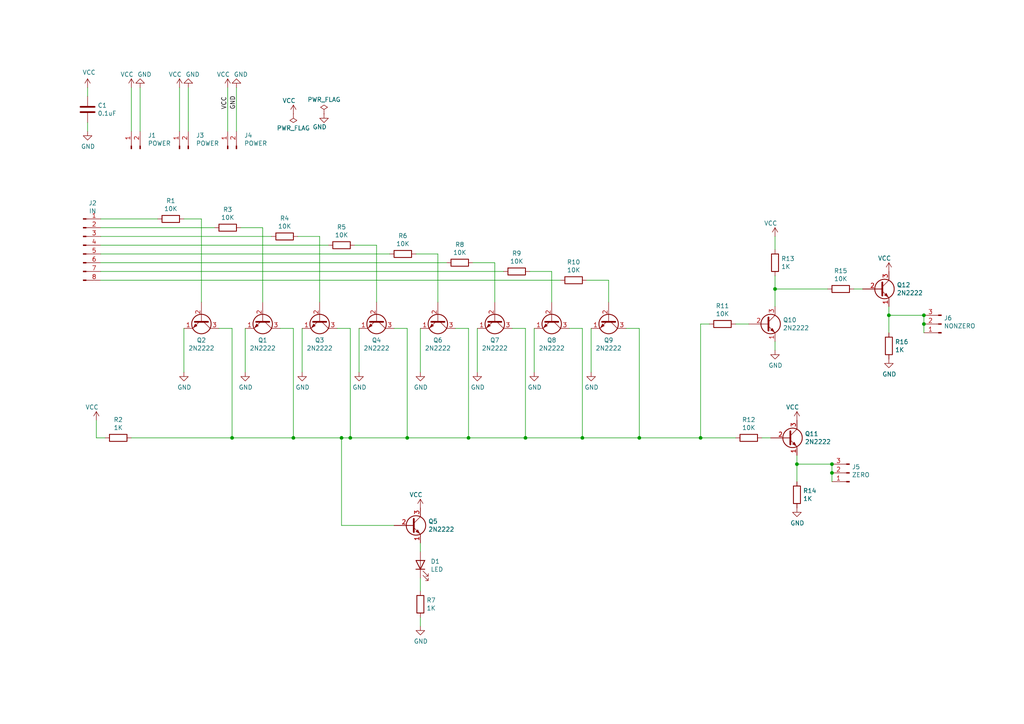
<source format=kicad_sch>
(kicad_sch (version 20230121) (generator eeschema)
  (paper "A4")
  (title_block (title "Zero Detector") (date "2020-03-21") (rev "1"))
  (lib_symbols
    (symbol "2n2222:2N2222" (pin_names (offset 0) hide)
      (property "Reference" "Q" (at 5.08 1.905 0))
      (property "Value" "2N2222" (at 5.08 0 0))
      (symbol "2N2222_0_1"
        (polyline (pts (xy 0.635 0.635) (xy 2.54 2.54)))
        (polyline (pts (xy 0.635 -0.635) (xy 2.54 -2.54) (xy 2.54 -2.54)))
        (polyline (pts (xy 0.635 1.905) (xy 0.635 -1.905) (xy 0.635 -1.905)) (stroke (width 0.508)))
        (polyline (pts (xy 1.27 -1.778) (xy 1.778 -1.27) (xy 2.286 -2.286) (xy 1.27 -1.778) (xy 1.27 -1.778)) (fill (type outline)))
        (circle (center 1.27 0) (radius 2.8194) (stroke (width 0.254)))
      )
      (symbol "2N2222_1_1"
        (pin passive line (at 2.54 -5.08 90) (length 2.54) (name "E") (number "1"))
        (pin passive line (at -5.08 0 0) (length 5.715) (name "B") (number "2"))
        (pin passive line (at 2.54 5.08 270) (length 2.54) (name "C") (number "3"))
      )
    )
    (symbol "Connector:Conn_01x02_Pin" (pin_names (offset 1.016) hide)
      (property "Reference" "J" (at 0 2.54 0))
      (property "Value" "Conn_01x02_Pin" (at 0 -5.08 0))
      (symbol "Conn_01x02_Pin_1_1"
        (polyline (pts (xy 1.27 -2.54) (xy 0.8636 -2.54)) (stroke (width 0.1524)))
        (polyline (pts (xy 1.27 0) (xy 0.8636 0)) (stroke (width 0.1524)))
        (rectangle (start 0.8636 -2.413) (end 0 -2.667) (stroke (width 0.1524)) (fill (type outline)))
        (rectangle (start 0.8636 0.127) (end 0 -0.127) (stroke (width 0.1524)) (fill (type outline)))
        (pin passive line (at 5.08 0 180) (length 3.81) (name "Pin_1") (number "1"))
        (pin passive line (at 5.08 -2.54 180) (length 3.81) (name "Pin_2") (number "2"))
      )
    )
    (symbol "Connector:Conn_01x03_Pin" (pin_names (offset 1.016) hide)
      (property "Reference" "J" (at 0 5.08 0))
      (property "Value" "Conn_01x03_Pin" (at 0 -5.08 0))
      (symbol "Conn_01x03_Pin_1_1"
        (polyline (pts (xy 1.27 -2.54) (xy 0.8636 -2.54)) (stroke (width 0.1524)))
        (polyline (pts (xy 1.27 0) (xy 0.8636 0)) (stroke (width 0.1524)))
        (polyline (pts (xy 1.27 2.54) (xy 0.8636 2.54)) (stroke (width 0.1524)))
        (rectangle (start 0.8636 -2.413) (end 0 -2.667) (stroke (width 0.1524)) (fill (type outline)))
        (rectangle (start 0.8636 0.127) (end 0 -0.127) (stroke (width 0.1524)) (fill (type outline)))
        (rectangle (start 0.8636 2.667) (end 0 2.413) (stroke (width 0.1524)) (fill (type outline)))
        (pin passive line (at 5.08 2.54 180) (length 3.81) (name "Pin_1") (number "1"))
        (pin passive line (at 5.08 0 180) (length 3.81) (name "Pin_2") (number "2"))
        (pin passive line (at 5.08 -2.54 180) (length 3.81) (name "Pin_3") (number "3"))
      )
    )
    (symbol "Connector:Conn_01x08_Pin" (pin_names (offset 1.016) hide)
      (property "Reference" "J" (at 0 10.16 0))
      (property "Value" "Conn_01x08_Pin" (at 0 -12.7 0))
      (symbol "Conn_01x08_Pin_1_1"
        (polyline (pts (xy 1.27 -10.16) (xy 0.8636 -10.16)) (stroke (width 0.1524)))
        (polyline (pts (xy 1.27 -7.62) (xy 0.8636 -7.62)) (stroke (width 0.1524)))
        (polyline (pts (xy 1.27 -5.08) (xy 0.8636 -5.08)) (stroke (width 0.1524)))
        (polyline (pts (xy 1.27 -2.54) (xy 0.8636 -2.54)) (stroke (width 0.1524)))
        (polyline (pts (xy 1.27 0) (xy 0.8636 0)) (stroke (width 0.1524)))
        (polyline (pts (xy 1.27 2.54) (xy 0.8636 2.54)) (stroke (width 0.1524)))
        (polyline (pts (xy 1.27 5.08) (xy 0.8636 5.08)) (stroke (width 0.1524)))
        (polyline (pts (xy 1.27 7.62) (xy 0.8636 7.62)) (stroke (width 0.1524)))
        (rectangle (start 0.8636 -10.033) (end 0 -10.287) (stroke (width 0.1524)) (fill (type outline)))
        (rectangle (start 0.8636 -7.493) (end 0 -7.747) (stroke (width 0.1524)) (fill (type outline)))
        (rectangle (start 0.8636 -4.953) (end 0 -5.207) (stroke (width 0.1524)) (fill (type outline)))
        (rectangle (start 0.8636 -2.413) (end 0 -2.667) (stroke (width 0.1524)) (fill (type outline)))
        (rectangle (start 0.8636 0.127) (end 0 -0.127) (stroke (width 0.1524)) (fill (type outline)))
        (rectangle (start 0.8636 2.667) (end 0 2.413) (stroke (width 0.1524)) (fill (type outline)))
        (rectangle (start 0.8636 5.207) (end 0 4.953) (stroke (width 0.1524)) (fill (type outline)))
        (rectangle (start 0.8636 7.747) (end 0 7.493) (stroke (width 0.1524)) (fill (type outline)))
        (pin passive line (at 5.08 7.62 180) (length 3.81) (name "Pin_1") (number "1"))
        (pin passive line (at 5.08 5.08 180) (length 3.81) (name "Pin_2") (number "2"))
        (pin passive line (at 5.08 2.54 180) (length 3.81) (name "Pin_3") (number "3"))
        (pin passive line (at 5.08 0 180) (length 3.81) (name "Pin_4") (number "4"))
        (pin passive line (at 5.08 -2.54 180) (length 3.81) (name "Pin_5") (number "5"))
        (pin passive line (at 5.08 -5.08 180) (length 3.81) (name "Pin_6") (number "6"))
        (pin passive line (at 5.08 -7.62 180) (length 3.81) (name "Pin_7") (number "7"))
        (pin passive line (at 5.08 -10.16 180) (length 3.81) (name "Pin_8") (number "8"))
      )
    )
    (symbol "Device:C" (pin_numbers hide) (pin_names (offset 0.254))
      (property "Reference" "C" (at 0.635 2.54 0))
      (property "Value" "C" (at 0.635 -2.54 0))
      (symbol "C_0_1"
        (polyline (pts (xy -2.032 -0.762) (xy 2.032 -0.762)) (stroke (width 0.508)))
        (polyline (pts (xy -2.032 0.762) (xy 2.032 0.762)) (stroke (width 0.508)))
      )
      (symbol "C_1_1"
        (pin passive line (at 0 3.81 270) (length 2.794) (name "~") (number "1"))
        (pin passive line (at 0 -3.81 90) (length 2.794) (name "~") (number "2"))
      )
    )
    (symbol "Device:LED" (pin_numbers hide) (pin_names (offset 1.016) hide)
      (property "Reference" "D" (at 0 2.54 0))
      (property "Value" "LED" (at 0 -2.54 0))
      (symbol "LED_0_1"
        (polyline (pts (xy -1.27 -1.27) (xy -1.27 1.27)) (stroke (width 0.254)))
        (polyline (pts (xy -1.27 0) (xy 1.27 0)))
        (polyline (pts (xy 1.27 -1.27) (xy 1.27 1.27) (xy -1.27 0) (xy 1.27 -1.27)) (stroke (width 0.254)))
        (polyline (pts (xy -3.048 -0.762) (xy -4.572 -2.286) (xy -3.81 -2.286) (xy -4.572 -2.286) (xy -4.572 -1.524)))
        (polyline (pts (xy -1.778 -0.762) (xy -3.302 -2.286) (xy -2.54 -2.286) (xy -3.302 -2.286) (xy -3.302 -1.524)))
      )
      (symbol "LED_1_1"
        (pin passive line (at -3.81 0 0) (length 2.54) (name "K") (number "1"))
        (pin passive line (at 3.81 0 180) (length 2.54) (name "A") (number "2"))
      )
    )
    (symbol "Device:R" (pin_numbers hide) (pin_names (offset 0))
      (property "Reference" "R" (at 2.032 0 90))
      (property "Value" "R" (at 0 0 90))
      (symbol "R_0_1"
        (rectangle (start -1.016 -2.54) (end 1.016 2.54) (stroke (width 0.254)))
      )
      (symbol "R_1_1"
        (pin passive line (at 0 3.81 270) (length 1.27) (name "~") (number "1"))
        (pin passive line (at 0 -3.81 90) (length 1.27) (name "~") (number "2"))
      )
    )
    (symbol "power:GND" (power) (pin_names (offset 0))
      (property "Value" "GND" (at 0 -3.81 0))
      (symbol "GND_0_1"
        (polyline (pts (xy 0 0) (xy 0 -1.27) (xy 1.27 -1.27) (xy 0 -2.54) (xy -1.27 -1.27) (xy 0 -1.27)))
      )
      (symbol "GND_1_1"
        (pin power_in line (at 0 0 270) (length 0) hide (name "GND") (number "1"))
      )
    )
    (symbol "power:PWR_FLAG" (power) (pin_numbers hide) (pin_names (offset 0) hide)
      (property "Value" "PWR_FLAG" (at 0 3.81 0))
      (symbol "PWR_FLAG_0_0"
        (pin power_out line (at 0 0 90) (length 0) (name "pwr") (number "1"))
      )
      (symbol "PWR_FLAG_0_1"
        (polyline (pts (xy 0 0) (xy 0 1.27) (xy -1.016 1.905) (xy 0 2.54) (xy 1.016 1.905) (xy 0 1.27)))
      )
    )
    (symbol "power:VCC" (power) (pin_names (offset 0))
      (property "Value" "VCC" (at 0 3.81 0))
      (symbol "VCC_0_1"
        (polyline (pts (xy -0.762 1.27) (xy 0 2.54)))
        (polyline (pts (xy 0 0) (xy 0 2.54)))
        (polyline (pts (xy 0 2.54) (xy 0.762 1.27)))
      )
      (symbol "VCC_1_1"
        (pin power_in line (at 0 0 90) (length 0) hide (name "VCC") (number "1"))
      )
    )
  )
  (junction (at 257.81 91.44))
  (junction (at 67.31 127))
  (junction (at 185.42 127))
  (junction (at 241.3 137.16))
  (junction (at 231.14 134.62))
  (junction (at 101.6 127))
  (junction (at 224.79 83.82))
  (junction (at 267.97 93.98))
  (junction (at 85.09 127))
  (junction (at 99.06 127))
  (junction (at 152.4 127))
  (junction (at 267.97 91.44))
  (junction (at 135.89 127))
  (junction (at 118.11 127))
  (junction (at 203.2 127))
  (junction (at 168.91 127))
  (junction (at 241.3 134.62))
  (wire (pts (xy 118.11 127) (xy 118.11 95.25)))
  (wire (pts (xy 68.58 25.4) (xy 68.58 38.1)))
  (wire (pts (xy 121.92 181.61) (xy 121.92 179.07)))
  (wire (pts (xy 99.06 152.4) (xy 99.06 127)))
  (wire (pts (xy 224.79 101.6) (xy 224.79 99.06)))
  (wire (pts (xy 121.92 160.02) (xy 121.92 157.48)))
  (wire (pts (xy 40.64 25.4) (xy 40.64 38.1)))
  (wire (pts (xy 92.71 68.58) (xy 92.71 87.63)))
  (wire (pts (xy 203.2 127) (xy 213.36 127)))
  (wire (pts (xy 267.97 93.98) (xy 267.97 96.52)))
  (wire (pts (xy 257.81 96.52) (xy 257.81 91.44)))
  (wire (pts (xy 97.79 95.25) (xy 101.6 95.25)))
  (wire (pts (xy 101.6 127) (xy 118.11 127)))
  (wire (pts (xy 171.45 95.25) (xy 171.45 107.95)))
  (wire (pts (xy 152.4 127) (xy 168.91 127)))
  (wire (pts (xy 85.09 127) (xy 85.09 95.25)))
  (wire (pts (xy 121.92 95.25) (xy 121.92 107.95)))
  (wire (pts (xy 257.81 91.44) (xy 267.97 91.44)))
  (wire (pts (xy 168.91 127) (xy 185.42 127)))
  (wire (pts (xy 25.4 27.94) (xy 25.4 25.4)))
  (wire (pts (xy 137.16 76.2) (xy 143.51 76.2)))
  (wire (pts (xy 54.61 25.4) (xy 54.61 38.1)))
  (wire (pts (xy 102.87 71.12) (xy 109.22 71.12)))
  (wire (pts (xy 160.02 87.63) (xy 160.02 78.74)))
  (wire (pts (xy 231.14 139.7) (xy 231.14 134.62)))
  (wire (pts (xy 120.65 73.66) (xy 127 73.66)))
  (wire (pts (xy 224.79 68.58) (xy 224.79 72.39)))
  (wire (pts (xy 25.4 38.1) (xy 25.4 35.56)))
  (wire (pts (xy 114.3 95.25) (xy 118.11 95.25)))
  (wire (pts (xy 76.2 66.04) (xy 76.2 87.63)))
  (wire (pts (xy 185.42 95.25) (xy 185.42 127)))
  (wire (pts (xy 224.79 83.82) (xy 224.79 88.9)))
  (wire (pts (xy 132.08 95.25) (xy 135.89 95.25)))
  (wire (pts (xy 205.74 93.98) (xy 203.2 93.98)))
  (wire (pts (xy 127 73.66) (xy 127 87.63)))
  (wire (pts (xy 104.14 95.25) (xy 104.14 107.95)))
  (wire (pts (xy 29.21 73.66) (xy 113.03 73.66)))
  (wire (pts (xy 109.22 71.12) (xy 109.22 87.63)))
  (wire (pts (xy 29.21 63.5) (xy 45.72 63.5)))
  (wire (pts (xy 181.61 95.25) (xy 185.42 95.25)))
  (wire (pts (xy 66.04 38.1) (xy 66.04 25.4)))
  (wire (pts (xy 224.79 80.01) (xy 224.79 83.82)))
  (wire (pts (xy 143.51 76.2) (xy 143.51 87.63)))
  (wire (pts (xy 152.4 127) (xy 152.4 95.25)))
  (wire (pts (xy 135.89 127) (xy 135.89 95.25)))
  (wire (pts (xy 27.94 127) (xy 30.48 127)))
  (wire (pts (xy 99.06 127) (xy 85.09 127)))
  (wire (pts (xy 101.6 127) (xy 101.6 95.25)))
  (wire (pts (xy 29.21 81.28) (xy 162.56 81.28)))
  (wire (pts (xy 168.91 127) (xy 168.91 95.25)))
  (wire (pts (xy 231.14 134.62) (xy 241.3 134.62)))
  (wire (pts (xy 213.36 93.98) (xy 217.17 93.98)))
  (wire (pts (xy 240.03 83.82) (xy 224.79 83.82)))
  (wire (pts (xy 29.21 78.74) (xy 146.05 78.74)))
  (wire (pts (xy 138.43 95.25) (xy 138.43 107.95)))
  (wire (pts (xy 95.25 71.12) (xy 29.21 71.12)))
  (wire (pts (xy 267.97 91.44) (xy 267.97 93.98)))
  (wire (pts (xy 67.31 127) (xy 85.09 127)))
  (wire (pts (xy 27.94 121.92) (xy 27.94 127)))
  (wire (pts (xy 38.1 127) (xy 67.31 127)))
  (wire (pts (xy 241.3 137.16) (xy 241.3 139.7)))
  (wire (pts (xy 121.92 171.45) (xy 121.92 167.64)))
  (wire (pts (xy 86.36 68.58) (xy 92.71 68.58)))
  (wire (pts (xy 118.11 127) (xy 135.89 127)))
  (wire (pts (xy 53.34 95.25) (xy 53.34 107.95)))
  (wire (pts (xy 53.34 63.5) (xy 58.42 63.5)))
  (wire (pts (xy 176.53 81.28) (xy 176.53 87.63)))
  (wire (pts (xy 99.06 127) (xy 101.6 127)))
  (wire (pts (xy 63.5 95.25) (xy 67.31 95.25)))
  (wire (pts (xy 185.42 127) (xy 203.2 127)))
  (wire (pts (xy 29.21 68.58) (xy 78.74 68.58)))
  (wire (pts (xy 247.65 83.82) (xy 250.19 83.82)))
  (wire (pts (xy 114.3 152.4) (xy 99.06 152.4)))
  (wire (pts (xy 29.21 66.04) (xy 62.23 66.04)))
  (wire (pts (xy 220.98 127) (xy 223.52 127)))
  (wire (pts (xy 165.1 95.25) (xy 168.91 95.25)))
  (wire (pts (xy 203.2 93.98) (xy 203.2 127)))
  (wire (pts (xy 71.12 95.25) (xy 71.12 107.95)))
  (wire (pts (xy 29.21 76.2) (xy 129.54 76.2)))
  (wire (pts (xy 241.3 134.62) (xy 241.3 137.16)))
  (wire (pts (xy 153.67 78.74) (xy 160.02 78.74)))
  (wire (pts (xy 148.59 95.25) (xy 152.4 95.25)))
  (wire (pts (xy 231.14 134.62) (xy 231.14 132.08)))
  (wire (pts (xy 154.94 95.25) (xy 154.94 107.95)))
  (wire (pts (xy 58.42 63.5) (xy 58.42 87.63)))
  (wire (pts (xy 257.81 91.44) (xy 257.81 88.9)))
  (wire (pts (xy 87.63 95.25) (xy 87.63 107.95)))
  (wire (pts (xy 170.18 81.28) (xy 176.53 81.28)))
  (wire (pts (xy 135.89 127) (xy 152.4 127)))
  (wire (pts (xy 69.85 66.04) (xy 76.2 66.04)))
  (wire (pts (xy 67.31 95.25) (xy 67.31 127)))
  (wire (pts (xy 81.28 95.25) (xy 85.09 95.25)))
  (wire (pts (xy 52.07 38.1) (xy 52.07 25.4)))
  (wire (pts (xy 38.1 38.1) (xy 38.1 25.4)))
  (label "GND" (at 68.58 31.75 90))
  (label "VCC" (at 66.04 31.75 90))
  (symbol (lib_id "power:VCC") (at 25.4 25.4 0) (unit 1)
    (property "Reference" "#PWR0101" (effects hide))
    (property "Value" "VCC" (at 25.8318 21.0058 0))
  )
  (symbol (lib_id "power:GND") (at 25.4 38.1 0) (unit 1)
    (property "Reference" "#PWR0102" (effects hide))
    (property "Value" "GND" (at 25.527 42.4942 0))
  )
  (symbol (lib_id "Device:C") (at 25.4 31.75 0) (unit 1)
    (property "Reference" "C1" (at 28.321 30.5816 0) (effects (justify left)))
    (property "Value" "0.1uF" (at 28.321 32.893 0) (effects (justify left)))
    (property "Footprint" "Capacitor_THT:C_Disc_D4.3mm_W1.9mm_P5.00mm" (effects hide))
  )
  (symbol (lib_id "power:VCC") (at 38.1 25.4 0) (unit 1)
    (property "Reference" "#PWR0103" (effects hide))
    (property "Value" "VCC" (at 36.83 21.59 0))
  )
  (symbol (lib_id "power:GND") (at 40.64 25.4 180) (unit 1)
    (property "Reference" "#PWR0104" (effects hide))
    (property "Value" "GND" (at 41.91 21.59 0))
  )
  (symbol (lib_id "Connector:Conn_01x02_Pin") (at 38.1 43.18 90) (unit 1)
    (property "Reference" "J1" (at 42.8752 39.2684 90) (effects (justify right)))
    (property "Value" "POWER" (at 42.8752 41.5798 90) (effects (justify right)))
    (property "Footprint" "Connector_PinHeader_2.54mm:PinHeader_1x02_P2.54mm_Vertical" (effects hide))
  )
  (symbol (lib_id "power:VCC") (at 52.07 25.4 0) (unit 1)
    (property "Reference" "#PWR0105" (effects hide))
    (property "Value" "VCC" (at 50.8 21.59 0))
  )
  (symbol (lib_id "power:GND") (at 54.61 25.4 180) (unit 1)
    (property "Reference" "#PWR0106" (effects hide))
    (property "Value" "GND" (at 55.88 21.59 0))
  )
  (symbol (lib_id "Connector:Conn_01x02_Pin") (at 52.07 43.18 90) (unit 1)
    (property "Reference" "J3" (at 56.8452 39.2684 90) (effects (justify right)))
    (property "Value" "POWER" (at 56.8452 41.5798 90) (effects (justify right)))
    (property "Footprint" "Connector_PinHeader_2.54mm:PinHeader_1x02_P2.54mm_Vertical" (effects hide))
  )
  (symbol (lib_id "power:VCC") (at 66.04 25.4 0) (unit 1)
    (property "Reference" "#PWR0107" (effects hide))
    (property "Value" "VCC" (at 64.77 21.59 0))
  )
  (symbol (lib_id "power:GND") (at 68.58 25.4 180) (unit 1)
    (property "Reference" "#PWR0108" (effects hide))
    (property "Value" "GND" (at 69.85 21.59 0))
  )
  (symbol (lib_id "Connector:Conn_01x02_Pin") (at 66.04 43.18 90) (unit 1)
    (property "Reference" "J4" (at 70.8152 39.2684 90) (effects (justify right)))
    (property "Value" "POWER" (at 70.8152 41.5798 90) (effects (justify right)))
    (property "Footprint" "Connector_PinHeader_2.54mm:PinHeader_1x02_P2.54mm_Vertical" (effects hide))
  )
  (symbol (lib_id "Connector:Conn_01x08_Pin") (at 24.13 71.12 0) (unit 1)
    (property "Reference" "J2" (at 26.8732 58.9026 0))
    (property "Value" "IN" (at 26.8732 61.214 0))
    (property "Footprint" "Connector_PinHeader_2.54mm:PinHeader_1x08_P2.54mm_Vertical" (effects hide))
  )
  (symbol (lib_id "Device:R") (at 49.53 63.5 270) (unit 1)
    (property "Reference" "R1" (at 49.53 58.2422 90))
    (property "Value" "10K" (at 49.53 60.5536 90))
    (property "Footprint" "Resistor_THT:R_Axial_DIN0309_L9.0mm_D3.2mm_P12.70mm_Horizontal" (effects hide))
  )
  (symbol (lib_id "2n2222:2N2222") (at 76.2 92.71 270) (unit 1)
    (property "Reference" "Q1" (at 76.2 98.679 90))
    (property "Value" "2N2222" (at 76.2 100.9904 90))
    (property "Footprint" "Package_TO_SOT_THT:TO-92_Inline" (effects hide))
    (property "Datasheet" "https://www.fairchildsemi.com/datasheets/2N/2N3904.pdf" (effects hide))
  )
  (symbol (lib_id "power:GND") (at 71.12 107.95 0) (unit 1)
    (property "Reference" "#PWR0109" (effects hide))
    (property "Value" "GND" (at 71.247 112.3442 0))
  )
  (symbol (lib_id "Device:R") (at 34.29 127 270) (unit 1)
    (property "Reference" "R2" (at 34.29 121.7422 90))
    (property "Value" "1K" (at 34.29 124.0536 90))
    (property "Footprint" "Resistor_THT:R_Axial_DIN0309_L9.0mm_D3.2mm_P12.70mm_Horizontal" (effects hide))
  )
  (symbol (lib_id "power:VCC") (at 27.94 121.92 0) (unit 1)
    (property "Reference" "#PWR0110" (effects hide))
    (property "Value" "VCC" (at 26.67 118.11 0))
  )
  (symbol (lib_id "Connector:Conn_01x03_Pin") (at 246.38 137.16 180) (unit 1)
    (property "Reference" "J5" (at 247.0912 135.4328 0) (effects (justify right)))
    (property "Value" "ZERO" (at 247.0912 137.7442 0) (effects (justify right)))
    (property "Footprint" "Connector_PinHeader_2.54mm:PinHeader_1x03_P2.54mm_Vertical" (effects hide))
  )
  (symbol (lib_id "2n2222:2N2222") (at 228.6 127 0) (unit 1)
    (property "Reference" "Q11" (at 233.426 125.8316 0) (effects (justify left)))
    (property "Value" "2N2222" (at 233.426 128.143 0) (effects (justify left)))
    (property "Footprint" "Package_TO_SOT_THT:TO-92_Inline" (effects hide))
    (property "Datasheet" "https://www.fairchildsemi.com/datasheets/2N/2N3904.pdf" (effects hide))
  )
  (symbol (lib_id "Device:R") (at 231.14 143.51 0) (unit 1)
    (property "Reference" "R14" (at 232.918 142.3416 0) (effects (justify left)))
    (property "Value" "1K" (at 232.918 144.653 0) (effects (justify left)))
    (property "Footprint" "Resistor_THT:R_Axial_DIN0309_L9.0mm_D3.2mm_P12.70mm_Horizontal" (effects hide))
  )
  (symbol (lib_id "power:GND") (at 231.14 147.32 0) (unit 1)
    (property "Reference" "#PWR0111" (effects hide))
    (property "Value" "GND" (at 231.267 151.7142 0))
  )
  (symbol (lib_id "power:VCC") (at 231.14 121.92 0) (unit 1)
    (property "Reference" "#PWR0112" (effects hide))
    (property "Value" "VCC" (at 229.87 118.11 0))
  )
  (symbol (lib_id "2n2222:2N2222") (at 119.38 152.4 0) (unit 1)
    (property "Reference" "Q5" (at 124.206 151.2316 0) (effects (justify left)))
    (property "Value" "2N2222" (at 124.206 153.543 0) (effects (justify left)))
    (property "Footprint" "Package_TO_SOT_THT:TO-92_Inline" (effects hide))
    (property "Datasheet" "https://www.fairchildsemi.com/datasheets/2N/2N3904.pdf" (effects hide))
  )
  (symbol (lib_id "power:VCC") (at 121.92 147.32 0) (unit 1)
    (property "Reference" "#PWR0113" (effects hide))
    (property "Value" "VCC" (at 120.65 143.51 0))
  )
  (symbol (lib_id "Device:R") (at 121.92 175.26 0) (unit 1)
    (property "Reference" "R7" (at 123.698 174.0916 0) (effects (justify left)))
    (property "Value" "1K" (at 123.698 176.403 0) (effects (justify left)))
    (property "Footprint" "Resistor_THT:R_Axial_DIN0309_L9.0mm_D3.2mm_P12.70mm_Horizontal" (effects hide))
  )
  (symbol (lib_id "power:GND") (at 121.92 181.61 0) (unit 1)
    (property "Reference" "#PWR0114" (effects hide))
    (property "Value" "GND" (at 122.047 186.0042 0))
  )
  (symbol (lib_id "Device:LED") (at 121.92 163.83 90) (unit 1)
    (property "Reference" "D1" (at 124.8918 162.8394 90) (effects (justify right)))
    (property "Value" "LED" (at 124.8918 165.1508 90) (effects (justify right)))
    (property "Footprint" "LED_THT:LED_D5.0mm" (effects hide))
  )
  (symbol (lib_id "Connector:Conn_01x03_Pin") (at 273.05 93.98 180) (unit 1)
    (property "Reference" "J6" (at 273.7612 92.2528 0) (effects (justify right)))
    (property "Value" "NONZERO" (at 273.7612 94.5642 0) (effects (justify right)))
    (property "Footprint" "Connector_PinHeader_2.54mm:PinHeader_1x03_P2.54mm_Vertical" (effects hide))
  )
  (symbol (lib_id "2n2222:2N2222") (at 255.27 83.82 0) (unit 1)
    (property "Reference" "Q12" (at 260.096 82.6516 0) (effects (justify left)))
    (property "Value" "2N2222" (at 260.096 84.963 0) (effects (justify left)))
    (property "Footprint" "Package_TO_SOT_THT:TO-92_Inline" (effects hide))
    (property "Datasheet" "https://www.fairchildsemi.com/datasheets/2N/2N3904.pdf" (effects hide))
  )
  (symbol (lib_id "Device:R") (at 257.81 100.33 0) (unit 1)
    (property "Reference" "R16" (at 259.588 99.1616 0) (effects (justify left)))
    (property "Value" "1K" (at 259.588 101.473 0) (effects (justify left)))
    (property "Footprint" "Resistor_THT:R_Axial_DIN0309_L9.0mm_D3.2mm_P12.70mm_Horizontal" (effects hide))
  )
  (symbol (lib_id "power:GND") (at 257.81 104.14 0) (unit 1)
    (property "Reference" "#PWR0115" (effects hide))
    (property "Value" "GND" (at 257.937 108.5342 0))
  )
  (symbol (lib_id "power:VCC") (at 257.81 78.74 0) (unit 1)
    (property "Reference" "#PWR0116" (effects hide))
    (property "Value" "VCC" (at 256.54 74.93 0))
  )
  (symbol (lib_id "Device:R") (at 217.17 127 270) (unit 1)
    (property "Reference" "R12" (at 217.17 121.7422 90))
    (property "Value" "10K" (at 217.17 124.0536 90))
    (property "Footprint" "Resistor_THT:R_Axial_DIN0309_L9.0mm_D3.2mm_P12.70mm_Horizontal" (effects hide))
  )
  (symbol (lib_id "Device:R") (at 243.84 83.82 270) (unit 1)
    (property "Reference" "R15" (at 243.84 78.5622 90))
    (property "Value" "10K" (at 243.84 80.8736 90))
    (property "Footprint" "Resistor_THT:R_Axial_DIN0309_L9.0mm_D3.2mm_P12.70mm_Horizontal" (effects hide))
  )
  (symbol (lib_id "2n2222:2N2222") (at 222.25 93.98 0) (unit 1)
    (property "Reference" "Q10" (at 227.076 92.8116 0) (effects (justify left)))
    (property "Value" "2N2222" (at 227.076 95.123 0) (effects (justify left)))
    (property "Footprint" "Package_TO_SOT_THT:TO-92_Inline" (effects hide))
    (property "Datasheet" "https://www.fairchildsemi.com/datasheets/2N/2N3904.pdf" (effects hide))
  )
  (symbol (lib_id "Device:R") (at 224.79 76.2 0) (unit 1)
    (property "Reference" "R13" (at 226.568 75.0316 0) (effects (justify left)))
    (property "Value" "1K" (at 226.568 77.343 0) (effects (justify left)))
    (property "Footprint" "Resistor_THT:R_Axial_DIN0309_L9.0mm_D3.2mm_P12.70mm_Horizontal" (effects hide))
  )
  (symbol (lib_id "power:VCC") (at 224.79 68.58 0) (unit 1)
    (property "Reference" "#PWR0117" (effects hide))
    (property "Value" "VCC" (at 223.52 64.77 0))
  )
  (symbol (lib_id "power:GND") (at 224.79 101.6 0) (unit 1)
    (property "Reference" "#PWR0118" (effects hide))
    (property "Value" "GND" (at 224.917 105.9942 0))
  )
  (symbol (lib_id "Device:R") (at 209.55 93.98 270) (unit 1)
    (property "Reference" "R11" (at 209.55 88.7222 90))
    (property "Value" "10K" (at 209.55 91.0336 90))
    (property "Footprint" "Resistor_THT:R_Axial_DIN0309_L9.0mm_D3.2mm_P12.70mm_Horizontal" (effects hide))
  )
  (symbol (lib_id "2n2222:2N2222") (at 92.71 92.71 270) (unit 1)
    (property "Reference" "Q3" (at 92.71 98.679 90))
    (property "Value" "2N2222" (at 92.71 100.9904 90))
    (property "Footprint" "Package_TO_SOT_THT:TO-92_Inline" (effects hide))
    (property "Datasheet" "https://www.fairchildsemi.com/datasheets/2N/2N3904.pdf" (effects hide))
  )
  (symbol (lib_id "power:GND") (at 87.63 107.95 0) (unit 1)
    (property "Reference" "#PWR0119" (effects hide))
    (property "Value" "GND" (at 87.757 112.3442 0))
  )
  (symbol (lib_id "2n2222:2N2222") (at 109.22 92.71 270) (unit 1)
    (property "Reference" "Q4" (at 109.22 98.679 90))
    (property "Value" "2N2222" (at 109.22 100.9904 90))
    (property "Footprint" "Package_TO_SOT_THT:TO-92_Inline" (effects hide))
    (property "Datasheet" "https://www.fairchildsemi.com/datasheets/2N/2N3904.pdf" (effects hide))
  )
  (symbol (lib_id "power:GND") (at 104.14 107.95 0) (unit 1)
    (property "Reference" "#PWR0120" (effects hide))
    (property "Value" "GND" (at 104.267 112.3442 0))
  )
  (symbol (lib_id "2n2222:2N2222") (at 127 92.71 270) (unit 1)
    (property "Reference" "Q6" (at 127 98.679 90))
    (property "Value" "2N2222" (at 127 100.9904 90))
    (property "Footprint" "Package_TO_SOT_THT:TO-92_Inline" (effects hide))
    (property "Datasheet" "https://www.fairchildsemi.com/datasheets/2N/2N3904.pdf" (effects hide))
  )
  (symbol (lib_id "power:GND") (at 121.92 107.95 0) (unit 1)
    (property "Reference" "#PWR0121" (effects hide))
    (property "Value" "GND" (at 122.047 112.3442 0))
  )
  (symbol (lib_id "2n2222:2N2222") (at 143.51 92.71 270) (unit 1)
    (property "Reference" "Q7" (at 143.51 98.679 90))
    (property "Value" "2N2222" (at 143.51 100.9904 90))
    (property "Footprint" "Package_TO_SOT_THT:TO-92_Inline" (effects hide))
    (property "Datasheet" "https://www.fairchildsemi.com/datasheets/2N/2N3904.pdf" (effects hide))
  )
  (symbol (lib_id "power:GND") (at 138.43 107.95 0) (unit 1)
    (property "Reference" "#PWR0122" (effects hide))
    (property "Value" "GND" (at 138.557 112.3442 0))
  )
  (symbol (lib_id "2n2222:2N2222") (at 160.02 92.71 270) (unit 1)
    (property "Reference" "Q8" (at 160.02 98.679 90))
    (property "Value" "2N2222" (at 160.02 100.9904 90))
    (property "Footprint" "Package_TO_SOT_THT:TO-92_Inline" (effects hide))
    (property "Datasheet" "https://www.fairchildsemi.com/datasheets/2N/2N3904.pdf" (effects hide))
  )
  (symbol (lib_id "power:GND") (at 154.94 107.95 0) (unit 1)
    (property "Reference" "#PWR0123" (effects hide))
    (property "Value" "GND" (at 155.067 112.3442 0))
  )
  (symbol (lib_id "2n2222:2N2222") (at 176.53 92.71 270) (unit 1)
    (property "Reference" "Q9" (at 176.53 98.679 90))
    (property "Value" "2N2222" (at 176.53 100.9904 90))
    (property "Footprint" "Package_TO_SOT_THT:TO-92_Inline" (effects hide))
    (property "Datasheet" "https://www.fairchildsemi.com/datasheets/2N/2N3904.pdf" (effects hide))
  )
  (symbol (lib_id "power:GND") (at 171.45 107.95 0) (unit 1)
    (property "Reference" "#PWR0124" (effects hide))
    (property "Value" "GND" (at 171.577 112.3442 0))
  )
  (symbol (lib_id "2n2222:2N2222") (at 58.42 92.71 270) (unit 1)
    (property "Reference" "Q2" (at 58.42 98.679 90))
    (property "Value" "2N2222" (at 58.42 100.9904 90))
    (property "Footprint" "Package_TO_SOT_THT:TO-92_Inline" (effects hide))
    (property "Datasheet" "https://www.fairchildsemi.com/datasheets/2N/2N3904.pdf" (effects hide))
  )
  (symbol (lib_id "power:GND") (at 53.34 107.95 0) (unit 1)
    (property "Reference" "#PWR0125" (effects hide))
    (property "Value" "GND" (at 53.467 112.3442 0))
  )
  (symbol (lib_id "Device:R") (at 66.04 66.04 270) (unit 1)
    (property "Reference" "R3" (at 66.04 60.7822 90))
    (property "Value" "10K" (at 66.04 63.0936 90))
    (property "Footprint" "Resistor_THT:R_Axial_DIN0309_L9.0mm_D3.2mm_P12.70mm_Horizontal" (effects hide))
  )
  (symbol (lib_id "Device:R") (at 82.55 68.58 270) (unit 1)
    (property "Reference" "R4" (at 82.55 63.3222 90))
    (property "Value" "10K" (at 82.55 65.6336 90))
    (property "Footprint" "Resistor_THT:R_Axial_DIN0309_L9.0mm_D3.2mm_P12.70mm_Horizontal" (effects hide))
  )
  (symbol (lib_id "Device:R") (at 99.06 71.12 270) (unit 1)
    (property "Reference" "R5" (at 99.06 65.8622 90))
    (property "Value" "10K" (at 99.06 68.1736 90))
    (property "Footprint" "Resistor_THT:R_Axial_DIN0309_L9.0mm_D3.2mm_P12.70mm_Horizontal" (effects hide))
  )
  (symbol (lib_id "Device:R") (at 116.84 73.66 270) (unit 1)
    (property "Reference" "R6" (at 116.84 68.4022 90))
    (property "Value" "10K" (at 116.84 70.7136 90))
    (property "Footprint" "Resistor_THT:R_Axial_DIN0309_L9.0mm_D3.2mm_P12.70mm_Horizontal" (effects hide))
  )
  (symbol (lib_id "Device:R") (at 133.35 76.2 270) (unit 1)
    (property "Reference" "R8" (at 133.35 70.9422 90))
    (property "Value" "10K" (at 133.35 73.2536 90))
    (property "Footprint" "Resistor_THT:R_Axial_DIN0309_L9.0mm_D3.2mm_P12.70mm_Horizontal" (effects hide))
  )
  (symbol (lib_id "Device:R") (at 149.86 78.74 270) (unit 1)
    (property "Reference" "R9" (at 149.86 73.4822 90))
    (property "Value" "10K" (at 149.86 75.7936 90))
    (property "Footprint" "Resistor_THT:R_Axial_DIN0309_L9.0mm_D3.2mm_P12.70mm_Horizontal" (effects hide))
  )
  (symbol (lib_id "Device:R") (at 166.37 81.28 270) (unit 1)
    (property "Reference" "R10" (at 166.37 76.0222 90))
    (property "Value" "10K" (at 166.37 78.3336 90))
    (property "Footprint" "Resistor_THT:R_Axial_DIN0309_L9.0mm_D3.2mm_P12.70mm_Horizontal" (effects hide))
  )
  (symbol (lib_id "power:VCC") (at 85.09 33.02 0) (unit 1)
    (property "Reference" "#PWR01" (effects hide))
    (property "Value" "VCC" (at 83.82 29.21 0))
  )
  (symbol (lib_id "power:PWR_FLAG") (at 93.98 33.02 0) (unit 1)
    (property "Reference" "#FLG02" (effects hide))
    (property "Value" "PWR_FLAG" (at 93.98 28.8869 0))
  )
  (symbol (lib_id "power:PWR_FLAG") (at 85.09 33.02 180) (unit 1)
    (property "Reference" "#FLG01" (effects hide))
    (property "Value" "PWR_FLAG" (at 85.09 37.1531 0))
  )
  (symbol (lib_id "power:GND") (at 93.98 33.02 0) (unit 1)
    (property "Reference" "#PWR02" (effects hide))
    (property "Value" "GND" (at 92.71 36.83 0))
  )
)
</source>
